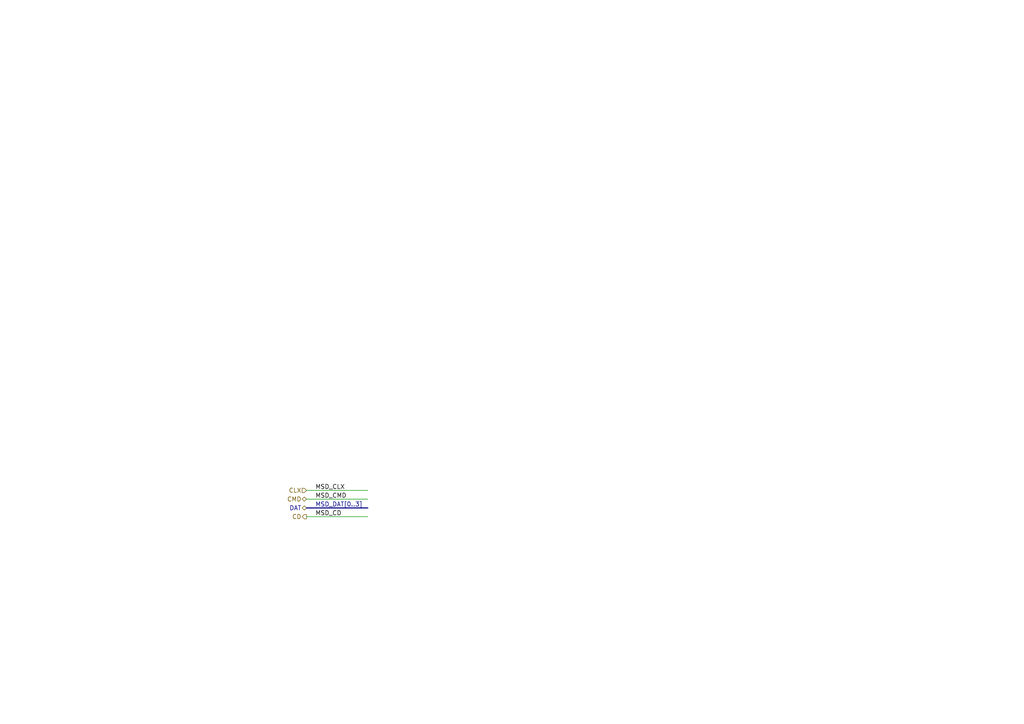
<source format=kicad_sch>
(kicad_sch
	(version 20250114)
	(generator "eeschema")
	(generator_version "9.0")
	(uuid "65f3805c-0bd5-428c-8ed9-5901a0540218")
	(paper "A4")
	(title_block
		(date "2026-01-09")
		(rev "1.0.0")
	)
	(lib_symbols)
	(wire
		(pts
			(xy 88.9 144.78) (xy 106.68 144.78)
		)
		(stroke
			(width 0)
			(type default)
		)
		(uuid "1da771ec-5f0b-45b7-9d74-a3685286db4d")
	)
	(wire
		(pts
			(xy 88.9 149.86) (xy 106.68 149.86)
		)
		(stroke
			(width 0)
			(type default)
		)
		(uuid "568ad36f-ae0a-4874-865a-d9ae10715be2")
	)
	(wire
		(pts
			(xy 88.9 142.24) (xy 106.68 142.24)
		)
		(stroke
			(width 0)
			(type default)
		)
		(uuid "656bcd5a-e548-40b5-b46a-8266c462f565")
	)
	(bus
		(pts
			(xy 88.9 147.32) (xy 106.68 147.32)
		)
		(stroke
			(width 0)
			(type default)
		)
		(uuid "90b16d19-9ce0-4abe-8633-a647d3b3cb2b")
	)
	(label "MSD_CLX"
		(at 91.44 142.24 0)
		(effects
			(font
				(size 1.27 1.27)
			)
			(justify left bottom)
		)
		(uuid "572a8fb0-53c7-4ea2-ba8d-ce4ee49f14b2")
	)
	(label "MSD_DAT[0..3]"
		(at 91.44 147.32 0)
		(effects
			(font
				(size 1.27 1.27)
			)
			(justify left bottom)
		)
		(uuid "68a7c392-8554-476d-bac9-51cc11fd45b7")
	)
	(label "MSD_CMD"
		(at 91.44 144.78 0)
		(effects
			(font
				(size 1.27 1.27)
			)
			(justify left bottom)
		)
		(uuid "76e171bc-2db6-4fcf-a1aa-c34dbf6e210c")
	)
	(label "MSD_CD"
		(at 91.44 149.86 0)
		(effects
			(font
				(size 1.27 1.27)
			)
			(justify left bottom)
		)
		(uuid "92c8c6ef-c907-432b-9aaf-60672fef2ed4")
	)
	(hierarchical_label "CLX"
		(shape input)
		(at 88.9 142.24 180)
		(effects
			(font
				(size 1.27 1.27)
			)
			(justify right)
		)
		(uuid "0d19cba7-157f-48f8-85b6-3b9a4d1320c6")
	)
	(hierarchical_label "CD"
		(shape output)
		(at 88.9 149.86 180)
		(effects
			(font
				(size 1.27 1.27)
			)
			(justify right)
		)
		(uuid "918a045f-a342-4ada-910e-b31d4bdaf620")
	)
	(hierarchical_label "CMD"
		(shape bidirectional)
		(at 88.9 144.78 180)
		(effects
			(font
				(size 1.27 1.27)
			)
			(justify right)
		)
		(uuid "e2024f36-8a9f-47de-8622-748110d64ee3")
	)
	(hierarchical_label "DAT"
		(shape bidirectional)
		(at 88.9 147.32 180)
		(effects
			(font
				(size 1.27 1.27)
			)
			(justify right)
		)
		(uuid "f7c1a7cc-a018-4c72-9b2b-bea1dd230fdf")
	)
)

</source>
